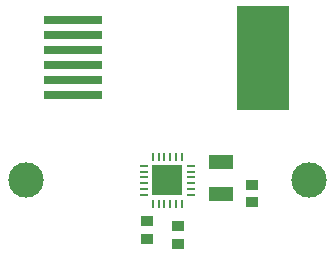
<source format=gts>
G04 #@! TF.FileFunction,Soldermask,Top*
%FSLAX46Y46*%
G04 Gerber Fmt 4.6, Leading zero omitted, Abs format (unit mm)*
G04 Created by KiCad (PCBNEW 4.0.6-e0-6349~53~ubuntu16.04.1) date Sat Jul 29 16:25:42 2017*
%MOMM*%
%LPD*%
G01*
G04 APERTURE LIST*
%ADD10C,0.150000*%
%ADD11R,5.000000X0.760000*%
%ADD12R,4.500000X8.800000*%
%ADD13C,3.000000*%
%ADD14R,2.499360X2.499360*%
%ADD15O,0.800100X0.248920*%
%ADD16O,0.248920X0.800100*%
%ADD17R,1.000760X0.899160*%
%ADD18R,1.000000X0.900000*%
%ADD19R,2.000000X1.250000*%
G04 APERTURE END LIST*
D10*
D11*
X144000000Y-95425000D03*
X144000000Y-97965000D03*
X144000000Y-100505000D03*
X144000000Y-99235000D03*
X144000000Y-101775000D03*
X144000000Y-96695000D03*
D12*
X160050000Y-98600000D03*
D13*
X140000000Y-109000000D03*
X164000000Y-109000000D03*
D14*
X152000000Y-109000000D03*
D15*
X150001020Y-107750320D03*
X150001020Y-108250700D03*
X150001020Y-108751080D03*
X150001020Y-109248920D03*
X150001020Y-109749300D03*
X150001020Y-110249680D03*
D16*
X150750320Y-110998980D03*
X151250700Y-110998980D03*
X151751080Y-110998980D03*
X152248920Y-110998980D03*
X152749300Y-110998980D03*
X153249680Y-110998980D03*
D15*
X153998980Y-110249680D03*
X153998980Y-109749300D03*
X153998980Y-109248920D03*
X153998980Y-108751080D03*
X153998980Y-108250700D03*
X153998980Y-107750320D03*
D16*
X153249680Y-107001020D03*
X152749300Y-107001020D03*
X152248920Y-107001020D03*
X151751080Y-107001020D03*
X151250700Y-107001020D03*
X150750320Y-107001020D03*
D17*
X159200000Y-109348160D03*
D18*
X159200000Y-110851840D03*
D17*
X152900000Y-114351840D03*
D18*
X152900000Y-112848160D03*
D17*
X150300000Y-113951840D03*
D18*
X150300000Y-112448160D03*
D19*
X156500000Y-110175000D03*
X156500000Y-107425000D03*
M02*

</source>
